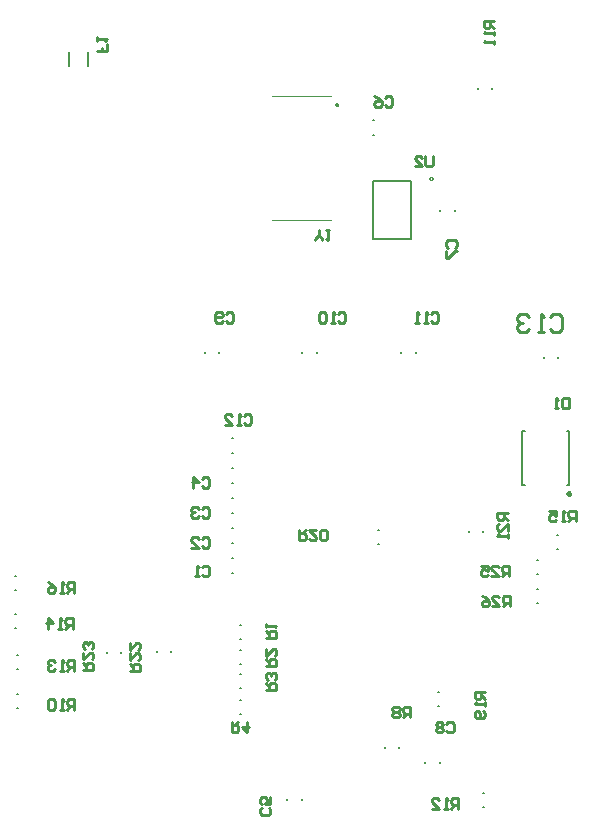
<source format=gbo>
%FSTAX23Y23*%
%MOIN*%
%SFA1B1*%

%IPPOS*%
%ADD10C,0.010000*%
%ADD11C,0.007870*%
%ADD12C,0.009840*%
%ADD14C,0.003940*%
%ADD86C,0.001970*%
%LNmotor_unit_rev_3-1*%
%LPD*%
G54D10*
X0187Y01724D02*
X0188Y01734D01*
X019*
X0191Y01724*
Y01685*
X019Y01675*
X0188*
X0187Y01685*
X0185Y01675D02*
X0183D01*
X0184*
Y01734*
X0185Y01724*
X018D02*
X0179Y01734D01*
X0177*
X0176Y01724*
Y01714*
X0177Y01704*
X0178*
X0177*
X0176Y01694*
Y01685*
X0177Y01675*
X0179*
X018Y01685*
X01089Y01979D02*
Y01984D01*
X01101Y01996*
X01113Y01984*
Y01979*
X01101Y01996D02*
Y02014D01*
X01124D02*
X01136D01*
X0113*
Y01979*
X01124Y01984*
X00851Y01394D02*
X00857Y01399D01*
X00869*
X00875Y01394*
Y0137*
X00869Y01365*
X00857*
X00851Y0137*
X0084Y01365D02*
X00828D01*
X00834*
Y01399*
X0084Y01394*
X00787Y01365D02*
X0081D01*
X00787Y01388*
Y01394*
X00793Y01399*
X00805*
X0081Y01394*
X0148Y0226D02*
Y02231D01*
X01474Y02226*
X01462*
X01456Y02231*
Y0226*
X01421Y02226D02*
X01445D01*
X01421Y02249*
Y02255*
X01427Y0226*
X01439*
X01445Y02255*
X01737Y0076D02*
Y00794D01*
X01719*
X01714Y00789*
Y00777*
X01719Y00771*
X01737*
X01725D02*
X01714Y0076D01*
X01679D02*
X01702D01*
X01679Y00783*
Y00789*
X01684Y00794*
X01696*
X01702Y00789*
X01644Y00794D02*
X01655Y00789D01*
X01667Y00777*
Y00765*
X01661Y0076*
X01649*
X01644Y00765*
Y00771*
X01649Y00777*
X01667*
X01735Y0086D02*
Y00894D01*
X01717*
X01711Y00889*
Y00877*
X01717Y00871*
X01735*
X01723D02*
X01711Y0086D01*
X01676D02*
X017D01*
X01676Y00883*
Y00889*
X01682Y00894*
X01694*
X017Y00889*
X01641Y00894D02*
X01665D01*
Y00877*
X01653Y00883*
X01647*
X01641Y00877*
Y00865*
X01647Y0086*
X01659*
X01665Y00865*
X00315Y00547D02*
X00349D01*
Y00564*
X00344Y0057*
X00332*
X00326Y00564*
Y00547*
Y00559D02*
X00315Y0057D01*
Y00605D02*
Y00582D01*
X00338Y00605*
X00344*
X00349Y00599*
Y00588*
X00344Y00582*
Y00617D02*
X00349Y00623D01*
Y00634*
X00344Y0064*
X00338*
X00332Y00634*
Y00629*
Y00634*
X00326Y0064*
X0032*
X00315Y00634*
Y00623*
X0032Y00617*
X0047Y00545D02*
X00504D01*
Y00562*
X00499Y00568*
X00487*
X00481Y00562*
Y00545*
Y00556D02*
X0047Y00568D01*
Y00603D02*
Y00579D01*
X00493Y00603*
X00499*
X00504Y00597*
Y00585*
X00499Y00579*
X0047Y00638D02*
Y00614D01*
X00493Y00638*
X00499*
X00504Y00632*
Y0062*
X00499Y00614*
X0173Y0107D02*
X01695D01*
Y01052*
X017Y01046*
X01712*
X01718Y01052*
Y0107*
Y01058D02*
X0173Y01046D01*
Y01011D02*
Y01035D01*
X01706Y01011*
X017*
X01695Y01017*
Y01029*
X017Y01035*
X0173Y01D02*
Y00988D01*
Y00994*
X01695*
X017Y01*
X01035Y01015D02*
Y0098D01*
X01052*
X01058Y00985*
Y00997*
X01052Y01003*
X01035*
X01046D02*
X01058Y01015D01*
X01093D02*
X01069D01*
X01093Y00991*
Y00985*
X01087Y0098*
X01075*
X01069Y00985*
X01104D02*
X0111Y0098D01*
X01122*
X01128Y00985*
Y01009*
X01122Y01015*
X0111*
X01104Y01009*
Y00985*
X01655Y00475D02*
X0162D01*
Y00457*
X01625Y00451*
X01637*
X01643Y00457*
Y00475*
Y00463D02*
X01655Y00451D01*
Y0044D02*
Y00428D01*
Y00434*
X0162*
X01625Y0044*
X01649Y0041D02*
X01655Y00405D01*
Y00393*
X01649Y00387*
X01625*
X0162Y00393*
Y00405*
X01625Y0041*
X01631*
X01637Y00405*
Y00387*
X00285Y00805D02*
Y00839D01*
X00267*
X00261Y00834*
Y00822*
X00267Y00816*
X00285*
X00273D02*
X00261Y00805D01*
X0025D02*
X00238D01*
X00244*
Y00839*
X0025Y00834*
X00197Y00839D02*
X00209Y00834D01*
X0022Y00822*
Y0081*
X00215Y00805*
X00203*
X00197Y0081*
Y00816*
X00203Y00822*
X0022*
X01957Y01043D02*
Y01077D01*
X01939*
X01933Y01072*
Y0106*
X01939Y01054*
X01957*
X01945D02*
X01933Y01043D01*
X01922D02*
X0191D01*
X01916*
Y01077*
X01922Y01072*
X01869Y01077D02*
X01892D01*
Y0106*
X01881Y01066*
X01875*
X01869Y0106*
Y01048*
X01875Y01043*
X01887*
X01892Y01048*
X0028Y00685D02*
Y00719D01*
X00262*
X00256Y00714*
Y00702*
X00262Y00696*
X0028*
X00268D02*
X00256Y00685D01*
X00245D02*
X00233D01*
X00239*
Y00719*
X00245Y00714*
X00198Y00685D02*
Y00719D01*
X00215Y00702*
X00192*
X00285Y00545D02*
Y00579D01*
X00267*
X00261Y00574*
Y00562*
X00267Y00556*
X00285*
X00273D02*
X00261Y00545D01*
X0025D02*
X00238D01*
X00244*
Y00579*
X0025Y00574*
X0022D02*
X00215Y00579D01*
X00203*
X00197Y00574*
Y00568*
X00203Y00562*
X00209*
X00203*
X00197Y00556*
Y0055*
X00203Y00545*
X00215*
X0022Y0055*
X01565Y00085D02*
Y00119D01*
X01547*
X01541Y00114*
Y00102*
X01547Y00096*
X01565*
X01553D02*
X01541Y00085D01*
X0153D02*
X01518D01*
X01524*
Y00119*
X0153Y00114*
X01477Y00085D02*
X015D01*
X01477Y00108*
Y00114*
X01483Y00119*
X01495*
X015Y00114*
X01685Y0271D02*
X0165D01*
Y02692*
X01655Y02686*
X01667*
X01673Y02692*
Y0271*
Y02698D02*
X01685Y02686D01*
Y02675D02*
Y02663D01*
Y02669*
X0165*
X01655Y02675*
X01685Y02645D02*
Y02634D01*
Y0264*
X0165*
X01655Y02645*
X00285Y00415D02*
Y00449D01*
X00267*
X00261Y00444*
Y00432*
X00267Y00426*
X00285*
X00273D02*
X00261Y00415D01*
X0025D02*
X00238D01*
X00244*
Y00449*
X0025Y00444*
X0022D02*
X00215Y00449D01*
X00203*
X00197Y00444*
Y0042*
X00203Y00415*
X00215*
X0022Y0042*
Y00444*
X01405Y0039D02*
Y00424D01*
X01387*
X01381Y00419*
Y00407*
X01387Y00401*
X01405*
X01393D02*
X01381Y0039D01*
X0137Y00419D02*
X01364Y00424D01*
X01352*
X01346Y00419*
Y00413*
X01352Y00407*
X01346Y00401*
Y00395*
X01352Y0039*
X01364*
X0137Y00395*
Y00401*
X01364Y00407*
X0137Y00413*
Y00419*
X01364Y00407D02*
X01352D01*
X0081Y00375D02*
Y0034D01*
X00827*
X00833Y00345*
Y00357*
X00827Y00363*
X0081*
X00821D02*
X00833Y00375D01*
X00862D02*
Y0034D01*
X00844Y00357*
X00868*
X00925Y0048D02*
X00959D01*
Y00497*
X00954Y00503*
X00942*
X00936Y00497*
Y0048*
Y00491D02*
X00925Y00503D01*
X00954Y00514D02*
X00959Y0052D01*
Y00532*
X00954Y00538*
X00948*
X00942Y00532*
Y00526*
Y00532*
X00936Y00538*
X0093*
X00925Y00532*
Y0052*
X0093Y00514*
X00925Y0056D02*
X00959D01*
Y00577*
X00954Y00583*
X00942*
X00936Y00577*
Y0056*
Y00571D02*
X00925Y00583D01*
Y00618D02*
Y00594D01*
X00948Y00618*
X00954*
X00959Y00612*
Y006*
X00954Y00594*
X00925Y00655D02*
X00959D01*
Y00672*
X00954Y00678*
X00942*
X00936Y00672*
Y00655*
Y00666D02*
X00925Y00678D01*
Y00689D02*
Y00701D01*
Y00695*
X00959*
X00954Y00689*
X00394Y02633D02*
Y0261D01*
X00377*
Y02621*
Y0261*
X0036*
Y02644D02*
Y02656D01*
Y0265*
X00394*
X00389Y02644*
X01934Y01453D02*
Y01419D01*
X01916*
X0191Y01424*
Y01448*
X01916Y01453*
X01934*
X01899Y01419D02*
X01887D01*
X01893*
Y01453*
X01899Y01448*
X01476Y01734D02*
X01482Y01739D01*
X01493*
X01499Y01734*
Y0171*
X01493Y01705*
X01482*
X01476Y0171*
X01464Y01705D02*
X01452D01*
X01458*
Y01739*
X01464Y01734*
X01435Y01705D02*
X01423D01*
X01429*
Y01739*
X01435Y01734*
X01166Y01733D02*
X01172Y01739D01*
X01183*
X01189Y01733*
Y0171*
X01183Y01704*
X01172*
X01166Y0171*
X01154Y01704D02*
X01143D01*
X01148*
Y01739*
X01154Y01733*
X01125D02*
X01119Y01739D01*
X01108*
X01102Y01733*
Y0171*
X01108Y01704*
X01119*
X01125Y0171*
Y01733*
X00791Y01734D02*
X00797Y01739D01*
X00809*
X00815Y01734*
Y0171*
X00809Y01705*
X00797*
X00791Y0171*
X0078D02*
X00774Y01705D01*
X00762*
X00756Y0171*
Y01734*
X00762Y01739*
X00774*
X0078Y01734*
Y01728*
X00774Y01722*
X00756*
X01526Y00368D02*
X01532Y00374D01*
X01544*
X0155Y00368*
Y00345*
X01544Y00339*
X01532*
X01526Y00345*
X01515Y00368D02*
X01509Y00374D01*
X01497*
X01491Y00368*
Y00362*
X01497Y00356*
X01491Y00351*
Y00345*
X01497Y00339*
X01509*
X01515Y00345*
Y00351*
X01509Y00356*
X01515Y00362*
Y00368*
X01509Y00356D02*
X01497D01*
X0153Y01955D02*
X01525Y01961D01*
Y01973*
X0153Y01979*
X01554*
X0156Y01973*
Y01961*
X01554Y01955*
X01525Y01944D02*
Y0192D01*
X0153*
X01554Y01944*
X0156*
X01321Y02454D02*
X01327Y02459D01*
X01339*
X01345Y02454*
Y0243*
X01339Y02425*
X01327*
X01321Y0243*
X01286Y02459D02*
X01298Y02454D01*
X0131Y02442*
Y0243*
X01304Y02425*
X01292*
X01286Y0243*
Y02436*
X01292Y02442*
X0131*
X00934Y00088D02*
X00939Y00082D01*
Y0007*
X00934Y00065*
X0091*
X00905Y0007*
Y00082*
X0091Y00088*
X00939Y00123D02*
Y00099D01*
X00922*
X00928Y00111*
Y00117*
X00922Y00123*
X0091*
X00905Y00117*
Y00105*
X0091Y00099*
X00712Y01184D02*
X00717Y01189D01*
X00729*
X00735Y01184*
Y0116*
X00729Y01155*
X00717*
X00712Y0116*
X00682Y01155D02*
Y01189D01*
X007Y01172*
X00677*
X00711Y01084D02*
X00717Y01089D01*
X00729*
X00735Y01084*
Y0106*
X00729Y01055*
X00717*
X00711Y0106*
X007Y01084D02*
X00694Y01089D01*
X00682*
X00676Y01084*
Y01078*
X00682Y01072*
X00688*
X00682*
X00676Y01066*
Y0106*
X00682Y01055*
X00694*
X007Y0106*
X00711Y00984D02*
X00717Y00989D01*
X00729*
X00735Y00984*
Y0096*
X00729Y00955*
X00717*
X00711Y0096*
X00676Y00955D02*
X007D01*
X00676Y00978*
Y00984*
X00682Y00989*
X00694*
X007Y00984*
X00711Y00889D02*
X00717Y00894D01*
X00729*
X00735Y00889*
Y00865*
X00729Y0086*
X00717*
X00711Y00865*
X007Y0086D02*
X00688D01*
X00694*
Y00894*
X007Y00889*
G54D11*
X01166Y02432D02*
D01*
X01166Y02432*
X01166Y02432*
X01166Y02432*
X01166Y02433*
X01166Y02433*
X01166Y02433*
X01166Y02434*
X01165Y02434*
X01165Y02434*
X01165Y02434*
X01165Y02434*
X01165Y02435*
X01164Y02435*
X01164Y02435*
X01164Y02435*
X01164Y02435*
X01164Y02435*
X01163Y02435*
X01163Y02435*
X01163Y02436*
X01162Y02436*
X01162Y02436*
X01162*
X01162Y02436*
X01161Y02436*
X01161Y02435*
X01161Y02435*
X01161Y02435*
X0116Y02435*
X0116Y02435*
X0116Y02435*
X0116Y02435*
X01159Y02435*
X01159Y02434*
X01159Y02434*
X01159Y02434*
X01159Y02434*
X01159Y02434*
X01158Y02433*
X01158Y02433*
X01158Y02433*
X01158Y02432*
X01158Y02432*
X01158Y02432*
X01158Y02432*
X01158Y02431*
X01158Y02431*
X01158Y02431*
X01158Y02431*
X01158Y0243*
X01158Y0243*
X01159Y0243*
X01159Y0243*
X01159Y02429*
X01159Y02429*
X01159Y02429*
X01159Y02429*
X0116Y02429*
X0116Y02428*
X0116Y02428*
X0116Y02428*
X01161Y02428*
X01161Y02428*
X01161Y02428*
X01161Y02428*
X01162Y02428*
X01162Y02428*
X01162*
X01162Y02428*
X01163Y02428*
X01163Y02428*
X01163Y02428*
X01164Y02428*
X01164Y02428*
X01164Y02428*
X01164Y02428*
X01164Y02429*
X01165Y02429*
X01165Y02429*
X01165Y02429*
X01165Y02429*
X01165Y0243*
X01166Y0243*
X01166Y0243*
X01166Y0243*
X01166Y02431*
X01166Y02431*
X01166Y02431*
X01166Y02431*
X01166Y02432*
X0185Y01588D02*
Y01591D01*
X01899Y01588D02*
Y01591D01*
X01828Y00818D02*
X01831D01*
X01828Y00771D02*
X01831D01*
X01828Y00913D02*
X01831D01*
X01828Y00866D02*
X01831D01*
X01283Y02379D02*
X01286D01*
X01283Y0233D02*
X01286D01*
X01678Y02483D02*
Y02486D01*
X01631Y02483D02*
Y02486D01*
X01601Y01008D02*
Y01011D01*
X01648Y01008D02*
Y01011D01*
X01779Y01345D02*
X01788D01*
X01779Y01164D02*
X01788D01*
X01927Y01345D02*
X01936D01*
X01927Y01164D02*
X01936D01*
X01779D02*
Y01345D01*
X01936Y01164D02*
Y01345D01*
X00331Y02561D02*
Y02608D01*
X00268Y02561D02*
Y02608D01*
X01498Y00426D02*
X01501D01*
X01498Y00473D02*
X01501D01*
X00813Y0127D02*
X00816D01*
X00813Y01319D02*
X00816D01*
X01424Y01603D02*
Y01606D01*
X01375Y01603D02*
Y01606D01*
X01094Y01603D02*
Y01606D01*
X01045Y01603D02*
Y01606D01*
X00769Y01603D02*
Y01606D01*
X0072Y01603D02*
Y01606D01*
X01554Y02077D02*
Y02081D01*
X01505Y02077D02*
Y02081D01*
X00995Y00113D02*
Y00116D01*
X01044Y00113D02*
Y00116D01*
X01455Y00238D02*
Y00241D01*
X01504Y00238D02*
Y00241D01*
X01298Y01013D02*
X01301D01*
X01298Y00966D02*
X01301D01*
X01282Y02176D02*
X01407D01*
X01282Y01983D02*
Y02176D01*
Y01983D02*
X01407D01*
Y02176*
X00608Y00608D02*
Y00611D01*
X00561Y00608D02*
Y00611D01*
X00443Y00603D02*
Y00606D01*
X00396Y00603D02*
Y00606D01*
X01321Y00288D02*
Y00291D01*
X01368Y00288D02*
Y00291D01*
X01895Y00998D02*
X01899D01*
X01895Y00951D02*
X01899D01*
X00838Y00651D02*
X00841D01*
X00838Y00698D02*
X00841D01*
X00838Y00566D02*
X00841D01*
X00838Y00613D02*
X00841D01*
X00838Y00486D02*
X00841D01*
X00838Y00533D02*
X00841D01*
X00838Y00401D02*
X00841D01*
X00838Y00448D02*
X00841D01*
X01648Y00091D02*
X01651D01*
X01648Y00138D02*
X01651D01*
X00094Y00466D02*
X00098D01*
X00094Y00419D02*
X00098D01*
X00094Y00596D02*
X00098D01*
X00094Y00549D02*
X00098D01*
X00089Y00733D02*
X00093D01*
X00089Y00686D02*
X00093D01*
X00089Y00861D02*
X00093D01*
X00089Y00814D02*
X00093D01*
X00813Y01219D02*
X00816D01*
X00813Y0117D02*
X00816D01*
X00813Y01119D02*
X00816D01*
X00813Y0107D02*
X00816D01*
X00813Y01019D02*
X00816D01*
X00813Y0097D02*
X00816D01*
X00813Y00919D02*
X00816D01*
X00813Y0087D02*
X00816D01*
G54D12*
X01938Y01135D02*
D01*
X01938Y01135*
X01938Y01136*
X01938Y01136*
X01938Y01136*
X01938Y01137*
X01938Y01137*
X01938Y01137*
X01937Y01137*
X01937Y01138*
X01937Y01138*
X01937Y01138*
X01937Y01138*
X01936Y01139*
X01936Y01139*
X01936Y01139*
X01935Y01139*
X01935Y01139*
X01935Y0114*
X01935Y0114*
X01934Y0114*
X01934Y0114*
X01933Y0114*
X01933*
X01933Y0114*
X01932Y0114*
X01932Y0114*
X01932Y0114*
X01931Y01139*
X01931Y01139*
X01931Y01139*
X01931Y01139*
X0193Y01139*
X0193Y01138*
X0193Y01138*
X0193Y01138*
X01929Y01138*
X01929Y01137*
X01929Y01137*
X01929Y01137*
X01929Y01137*
X01929Y01136*
X01929Y01136*
X01928Y01136*
X01928Y01135*
X01928Y01135*
X01928Y01134*
X01928Y01134*
X01929Y01134*
X01929Y01133*
X01929Y01133*
X01929Y01133*
X01929Y01133*
X01929Y01132*
X01929Y01132*
X0193Y01132*
X0193Y01131*
X0193Y01131*
X0193Y01131*
X01931Y01131*
X01931Y01131*
X01931Y0113*
X01931Y0113*
X01932Y0113*
X01932Y0113*
X01932Y0113*
X01933Y0113*
X01933Y0113*
X01933*
X01934Y0113*
X01934Y0113*
X01935Y0113*
X01935Y0113*
X01935Y0113*
X01935Y0113*
X01936Y01131*
X01936Y01131*
X01936Y01131*
X01937Y01131*
X01937Y01131*
X01937Y01132*
X01937Y01132*
X01937Y01132*
X01938Y01133*
X01938Y01133*
X01938Y01133*
X01938Y01133*
X01938Y01134*
X01938Y01134*
X01938Y01134*
X01938Y01135*
G54D14*
X00946Y02461D02*
X01142D01*
X00946Y02048D02*
X01142D01*
G54D86*
X0148Y02185D02*
D01*
X0148Y02185*
X0148Y02185*
X0148Y02186*
X0148Y02186*
X0148Y02186*
X0148Y02187*
X01479Y02187*
X01479Y02187*
X01479Y02188*
X01479Y02188*
X01479Y02188*
X01478Y02189*
X01478Y02189*
X01478Y02189*
X01477Y02189*
X01477Y0219*
X01477Y0219*
X01476Y0219*
X01476Y0219*
X01475Y0219*
X01475Y0219*
X01475Y0219*
X01474*
X01474Y0219*
X01474Y0219*
X01473Y0219*
X01473Y0219*
X01472Y0219*
X01472Y0219*
X01472Y02189*
X01471Y02189*
X01471Y02189*
X01471Y02189*
X0147Y02188*
X0147Y02188*
X0147Y02188*
X0147Y02187*
X0147Y02187*
X01469Y02187*
X01469Y02186*
X01469Y02186*
X01469Y02186*
X01469Y02185*
X01469Y02185*
X01469Y02185*
X01469Y02184*
X01469Y02184*
X01469Y02183*
X01469Y02183*
X01469Y02183*
X01469Y02182*
X0147Y02182*
X0147Y02182*
X0147Y02181*
X0147Y02181*
X0147Y02181*
X01471Y0218*
X01471Y0218*
X01471Y0218*
X01472Y0218*
X01472Y02179*
X01472Y02179*
X01473Y02179*
X01473Y02179*
X01474Y02179*
X01474Y02179*
X01474Y02179*
X01475*
X01475Y02179*
X01475Y02179*
X01476Y02179*
X01476Y02179*
X01477Y02179*
X01477Y02179*
X01477Y0218*
X01478Y0218*
X01478Y0218*
X01478Y0218*
X01479Y02181*
X01479Y02181*
X01479Y02181*
X01479Y02182*
X01479Y02182*
X0148Y02182*
X0148Y02183*
X0148Y02183*
X0148Y02183*
X0148Y02184*
X0148Y02184*
X0148Y02185*
M02*
</source>
